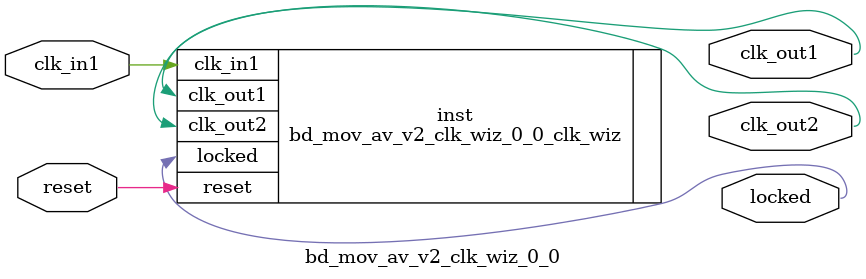
<source format=v>


`timescale 1ps/1ps

(* CORE_GENERATION_INFO = "bd_mov_av_v2_clk_wiz_0_0,clk_wiz_v6_0_4_0_0,{component_name=bd_mov_av_v2_clk_wiz_0_0,use_phase_alignment=true,use_min_o_jitter=false,use_max_i_jitter=false,use_dyn_phase_shift=false,use_inclk_switchover=false,use_dyn_reconfig=false,enable_axi=0,feedback_source=FDBK_AUTO,PRIMITIVE=MMCM,num_out_clk=2,clkin1_period=10.0,clkin2_period=10.0,use_power_down=false,use_reset=true,use_locked=true,use_inclk_stopped=false,feedback_type=SINGLE,CLOCK_MGR_TYPE=NA,manual_override=false}" *)

module bd_mov_av_v2_clk_wiz_0_0 
 (
  // Clock out ports
  output        clk_out1,
  output        clk_out2,
  // Status and control signals
  input         reset,
  output        locked,
 // Clock in ports
  input         clk_in1
 );

  bd_mov_av_v2_clk_wiz_0_0_clk_wiz inst
  (
  // Clock out ports  
  .clk_out1(clk_out1),
  .clk_out2(clk_out2),
  // Status and control signals               
  .reset(reset), 
  .locked(locked),
 // Clock in ports
  .clk_in1(clk_in1)
  );

endmodule

</source>
